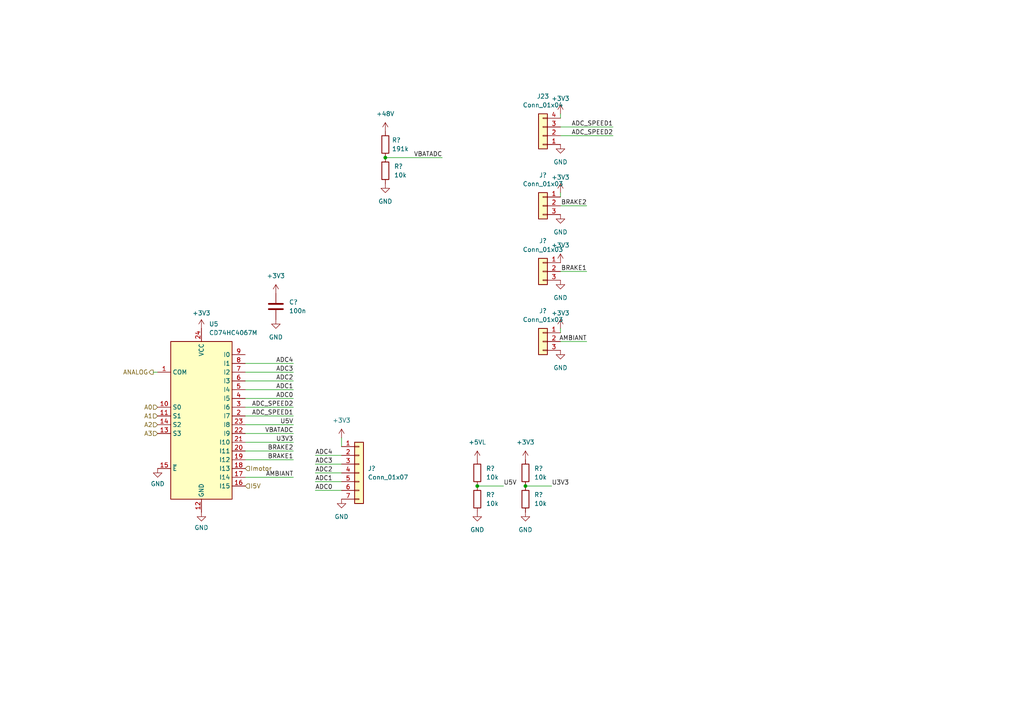
<source format=kicad_sch>
(kicad_sch (version 20230121) (generator eeschema)
  (paper "A4")
  (lib_symbols
    (symbol "74xx:CD74HC4067M"
      (property "Reference" "U" (at -8.89 22.86 0))
      (property "Value" "CD74HC4067M" (at 1.27 22.86 0))
      (symbol "CD74HC4067M_0_1"
        (rectangle (start -8.89 21.59) (end 8.89 -24.13) (stroke (width 0.254)) (fill (type background)))
      )
      (symbol "CD74HC4067M_1_1"
        (pin passive line (at -12.7 12.7 0) (length 3.81) (name "COM") (number "1"))
        (pin input line (at -12.7 2.54 0) (length 3.81) (name "S0") (number "10"))
        (pin input line (at -12.7 0 0) (length 3.81) (name "S1") (number "11"))
        (pin power_in line (at 0 -27.94 90) (length 3.81) (name "GND") (number "12"))
        (pin input line (at -12.7 -5.08 0) (length 3.81) (name "S3") (number "13"))
        (pin input line (at -12.7 -2.54 0) (length 3.81) (name "S2") (number "14"))
        (pin input line (at -12.7 -15.24 0) (length 3.81) (name "~{E}") (number "15"))
        (pin passive line (at 12.7 -20.32 180) (length 3.81) (name "I15") (number "16"))
        (pin passive line (at 12.7 -17.78 180) (length 3.81) (name "I14") (number "17"))
        (pin passive line (at 12.7 -15.24 180) (length 3.81) (name "I13") (number "18"))
        (pin passive line (at 12.7 -12.7 180) (length 3.81) (name "I12") (number "19"))
        (pin passive line (at 12.7 0 180) (length 3.81) (name "I7") (number "2"))
        (pin passive line (at 12.7 -10.16 180) (length 3.81) (name "I11") (number "20"))
        (pin passive line (at 12.7 -7.62 180) (length 3.81) (name "I10") (number "21"))
        (pin passive line (at 12.7 -5.08 180) (length 3.81) (name "I9") (number "22"))
        (pin passive line (at 12.7 -2.54 180) (length 3.81) (name "I8") (number "23"))
        (pin power_in line (at 0 25.4 270) (length 3.81) (name "VCC") (number "24"))
        (pin passive line (at 12.7 2.54 180) (length 3.81) (name "I6") (number "3"))
        (pin passive line (at 12.7 5.08 180) (length 3.81) (name "I5") (number "4"))
        (pin passive line (at 12.7 7.62 180) (length 3.81) (name "I4") (number "5"))
        (pin passive line (at 12.7 10.16 180) (length 3.81) (name "I3") (number "6"))
        (pin passive line (at 12.7 12.7 180) (length 3.81) (name "I2") (number "7"))
        (pin passive line (at 12.7 15.24 180) (length 3.81) (name "I1") (number "8"))
        (pin passive line (at 12.7 17.78 180) (length 3.81) (name "I0") (number "9"))
      )
    )
    (symbol "Connector_Generic:Conn_01x03" (pin_names (offset 1.016) hide)
      (property "Reference" "J" (at 0 5.08 0))
      (property "Value" "Conn_01x03" (at 0 -5.08 0))
      (symbol "Conn_01x03_1_1"
        (rectangle (start -1.27 -2.413) (end 0 -2.667) (stroke (width 0.1524)))
        (rectangle (start -1.27 0.127) (end 0 -0.127) (stroke (width 0.1524)))
        (rectangle (start -1.27 2.667) (end 0 2.413) (stroke (width 0.1524)))
        (rectangle (start -1.27 3.81) (end 1.27 -3.81) (stroke (width 0.254)) (fill (type background)))
        (pin passive line (at -5.08 2.54 0) (length 3.81) (name "Pin_1") (number "1"))
        (pin passive line (at -5.08 0 0) (length 3.81) (name "Pin_2") (number "2"))
        (pin passive line (at -5.08 -2.54 0) (length 3.81) (name "Pin_3") (number "3"))
      )
    )
    (symbol "Connector_Generic:Conn_01x04" (pin_names (offset 1.016) hide)
      (property "Reference" "J" (at 0 5.08 0))
      (property "Value" "Conn_01x04" (at 0 -7.62 0))
      (symbol "Conn_01x04_1_1"
        (rectangle (start -1.27 -4.953) (end 0 -5.207) (stroke (width 0.1524)))
        (rectangle (start -1.27 -2.413) (end 0 -2.667) (stroke (width 0.1524)))
        (rectangle (start -1.27 0.127) (end 0 -0.127) (stroke (width 0.1524)))
        (rectangle (start -1.27 2.667) (end 0 2.413) (stroke (width 0.1524)))
        (rectangle (start -1.27 3.81) (end 1.27 -6.35) (stroke (width 0.254)) (fill (type background)))
        (pin passive line (at -5.08 2.54 0) (length 3.81) (name "Pin_1") (number "1"))
        (pin passive line (at -5.08 0 0) (length 3.81) (name "Pin_2") (number "2"))
        (pin passive line (at -5.08 -2.54 0) (length 3.81) (name "Pin_3") (number "3"))
        (pin passive line (at -5.08 -5.08 0) (length 3.81) (name "Pin_4") (number "4"))
      )
    )
    (symbol "Connector_Generic:Conn_01x07" (pin_names (offset 1.016) hide)
      (property "Reference" "J" (at 0 10.16 0))
      (property "Value" "Conn_01x07" (at 0 -10.16 0))
      (symbol "Conn_01x07_1_1"
        (rectangle (start -1.27 -7.493) (end 0 -7.747) (stroke (width 0.1524)))
        (rectangle (start -1.27 -4.953) (end 0 -5.207) (stroke (width 0.1524)))
        (rectangle (start -1.27 -2.413) (end 0 -2.667) (stroke (width 0.1524)))
        (rectangle (start -1.27 0.127) (end 0 -0.127) (stroke (width 0.1524)))
        (rectangle (start -1.27 2.667) (end 0 2.413) (stroke (width 0.1524)))
        (rectangle (start -1.27 5.207) (end 0 4.953) (stroke (width 0.1524)))
        (rectangle (start -1.27 7.747) (end 0 7.493) (stroke (width 0.1524)))
        (rectangle (start -1.27 8.89) (end 1.27 -8.89) (stroke (width 0.254)) (fill (type background)))
        (pin passive line (at -5.08 7.62 0) (length 3.81) (name "Pin_1") (number "1"))
        (pin passive line (at -5.08 5.08 0) (length 3.81) (name "Pin_2") (number "2"))
        (pin passive line (at -5.08 2.54 0) (length 3.81) (name "Pin_3") (number "3"))
        (pin passive line (at -5.08 0 0) (length 3.81) (name "Pin_4") (number "4"))
        (pin passive line (at -5.08 -2.54 0) (length 3.81) (name "Pin_5") (number "5"))
        (pin passive line (at -5.08 -5.08 0) (length 3.81) (name "Pin_6") (number "6"))
        (pin passive line (at -5.08 -7.62 0) (length 3.81) (name "Pin_7") (number "7"))
      )
    )
    (symbol "Device:C" (pin_numbers hide) (pin_names (offset 0.254))
      (property "Reference" "C" (at 0.635 2.54 0))
      (property "Value" "C" (at 0.635 -2.54 0))
      (symbol "C_0_1"
        (polyline (pts (xy -2.032 -0.762) (xy 2.032 -0.762)) (stroke (width 0.508)))
        (polyline (pts (xy -2.032 0.762) (xy 2.032 0.762)) (stroke (width 0.508)))
      )
      (symbol "C_1_1"
        (pin passive line (at 0 3.81 270) (length 2.794) (name "~") (number "1"))
        (pin passive line (at 0 -3.81 90) (length 2.794) (name "~") (number "2"))
      )
    )
    (symbol "Device:R" (pin_numbers hide) (pin_names (offset 0))
      (property "Reference" "R" (at 2.032 0 90))
      (property "Value" "R" (at 0 0 90))
      (symbol "R_0_1"
        (rectangle (start -1.016 -2.54) (end 1.016 2.54) (stroke (width 0.254)))
      )
      (symbol "R_1_1"
        (pin passive line (at 0 3.81 270) (length 1.27) (name "~") (number "1"))
        (pin passive line (at 0 -3.81 90) (length 1.27) (name "~") (number "2"))
      )
    )
    (symbol "power:+3V3" (power) (pin_names (offset 0))
      (property "Value" "+3V3" (at 0 3.556 0))
      (symbol "+3V3_0_1"
        (polyline (pts (xy -0.762 1.27) (xy 0 2.54)))
        (polyline (pts (xy 0 0) (xy 0 2.54)))
        (polyline (pts (xy 0 2.54) (xy 0.762 1.27)))
      )
      (symbol "+3V3_1_1"
        (pin power_in line (at 0 0 90) (length 0) hide (name "+3V3") (number "1"))
      )
    )
    (symbol "power:+48V" (power) (pin_names (offset 0))
      (property "Value" "+48V" (at 0 3.556 0))
      (symbol "+48V_0_1"
        (polyline (pts (xy -0.762 1.27) (xy 0 2.54)))
        (polyline (pts (xy 0 0) (xy 0 2.54)))
        (polyline (pts (xy 0 2.54) (xy 0.762 1.27)))
      )
      (symbol "+48V_1_1"
        (pin power_in line (at 0 0 90) (length 0) hide (name "+48V") (number "1"))
      )
    )
    (symbol "power:+5VL" (power) (pin_names (offset 0))
      (property "Value" "+5VL" (at 0 3.556 0))
      (symbol "+5VL_0_1"
        (polyline (pts (xy -0.762 1.27) (xy 0 2.54)))
        (polyline (pts (xy 0 0) (xy 0 2.54)))
        (polyline (pts (xy 0 2.54) (xy 0.762 1.27)))
      )
      (symbol "+5VL_1_1"
        (pin power_in line (at 0 0 90) (length 0) hide (name "+5VL") (number "1"))
      )
    )
    (symbol "power:GND" (power) (pin_names (offset 0))
      (property "Value" "GND" (at 0 -3.81 0))
      (symbol "GND_0_1"
        (polyline (pts (xy 0 0) (xy 0 -1.27) (xy 1.27 -1.27) (xy 0 -2.54) (xy -1.27 -1.27) (xy 0 -1.27)))
      )
      (symbol "GND_1_1"
        (pin power_in line (at 0 0 270) (length 0) hide (name "GND") (number "1"))
      )
    )
  )
  (junction (at 138.43 140.97))
  (junction (at 111.76 45.72))
  (junction (at 152.4 140.97))
  (wire (pts (xy 71.12 105.41) (xy 85.09 105.41)))
  (wire (pts (xy 71.12 110.49) (xy 85.09 110.49)))
  (wire (pts (xy 71.12 113.03) (xy 85.09 113.03)))
  (wire (pts (xy 152.4 140.97) (xy 160.02 140.97)))
  (wire (pts (xy 71.12 130.81) (xy 85.09 130.81)))
  (wire (pts (xy 162.56 55.88) (xy 162.56 57.15)))
  (wire (pts (xy 91.44 134.62) (xy 99.06 134.62)))
  (wire (pts (xy 162.56 59.69) (xy 170.18 59.69)))
  (wire (pts (xy 91.44 139.7) (xy 99.06 139.7)))
  (wire (pts (xy 162.56 33.02) (xy 162.56 34.29)))
  (wire (pts (xy 71.12 115.57) (xy 85.09 115.57)))
  (wire (pts (xy 44.45 107.95) (xy 45.72 107.95)))
  (wire (pts (xy 162.56 99.06) (xy 170.18 99.06)))
  (wire (pts (xy 99.06 127) (xy 99.06 129.54)))
  (wire (pts (xy 85.09 138.43) (xy 71.12 138.43)))
  (wire (pts (xy 71.12 120.65) (xy 85.09 120.65)))
  (wire (pts (xy 71.12 118.11) (xy 85.09 118.11)))
  (wire (pts (xy 162.56 36.83) (xy 177.8 36.83)))
  (wire (pts (xy 162.56 95.25) (xy 162.56 96.52)))
  (wire (pts (xy 91.44 137.16) (xy 99.06 137.16)))
  (wire (pts (xy 162.56 39.37) (xy 177.8 39.37)))
  (wire (pts (xy 71.12 107.95) (xy 85.09 107.95)))
  (wire (pts (xy 162.56 78.74) (xy 170.18 78.74)))
  (wire (pts (xy 91.44 142.24) (xy 99.06 142.24)))
  (wire (pts (xy 71.12 123.19) (xy 85.09 123.19)))
  (wire (pts (xy 111.76 45.72) (xy 128.27 45.72)))
  (wire (pts (xy 138.43 140.97) (xy 146.05 140.97)))
  (wire (pts (xy 71.12 125.73) (xy 85.09 125.73)))
  (wire (pts (xy 71.12 133.35) (xy 85.09 133.35)))
  (wire (pts (xy 85.09 128.27) (xy 71.12 128.27)))
  (wire (pts (xy 91.44 132.08) (xy 99.06 132.08)))
  (label "ADC3" (at 91.44 134.62 0))
  (label "ADC0" (at 91.44 142.24 0))
  (label "ADC2" (at 91.44 137.16 0))
  (label "ADC1" (at 91.44 139.7 0))
  (label "U5V" (at 146.05 140.97 0))
  (label "VBATADC" (at 128.27 45.72 180))
  (label "BRAKE1" (at 170.18 78.74 180))
  (label "VBATADC" (at 85.09 125.73 180))
  (label "AMBIANT" (at 170.18 99.06 180))
  (label "U5V" (at 85.09 123.19 180))
  (label "AMBIANT" (at 85.09 138.43 180))
  (label "ADC_SPEED1" (at 85.09 120.65 180))
  (label "BRAKE2" (at 85.09 130.81 180))
  (label "ADC_SPEED1" (at 177.8 36.83 180))
  (label "U3V3" (at 85.09 128.27 180))
  (label "ADC0" (at 85.09 115.57 180))
  (label "ADC_SPEED2" (at 85.09 118.11 180))
  (label "ADC2" (at 85.09 110.49 180))
  (label "BRAKE1" (at 85.09 133.35 180))
  (label "BRAKE2" (at 170.18 59.69 180))
  (label "ADC4" (at 85.09 105.41 180))
  (label "ADC1" (at 85.09 113.03 180))
  (label "ADC_SPEED2" (at 177.8 39.37 180))
  (label "ADC3" (at 85.09 107.95 180))
  (label "U3V3" (at 160.02 140.97 0))
  (label "ADC4" (at 91.44 132.08 0))
  (hierarchical_label "ANALOG" (shape output) (at 44.45 107.95 180))
  (hierarchical_label "Imotor" (shape input) (at 71.12 135.89 0))
  (hierarchical_label "A0" (shape input) (at 45.72 118.11 180))
  (hierarchical_label "I5V" (shape input) (at 71.12 140.97 0))
  (hierarchical_label "A2" (shape input) (at 45.72 123.19 180))
  (hierarchical_label "A1" (shape input) (at 45.72 120.65 180))
  (hierarchical_label "A3" (shape input) (at 45.72 125.73 180))
  (symbol (lib_id "Device:C") (at 80.01 88.9 0) (unit 1)
    (property "Reference" "C?" (at 83.82 87.63 0) (effects (justify left)))
    (property "Value" "100n" (at 83.82 90.17 0) (effects (justify left)))
    (property "Footprint" "Capacitor_SMD:C_1206_3216Metric" (effects hide))
    (property "mouser" " 80-C1206C104K5R " (effects hide))
    (instances (project "speedomobile" (path "" (reference "C?") (unit 1)) (path "" (reference "C4") (unit 1))))
  )
  (symbol (lib_id "power:+3V3") (at 162.56 95.25 0) (mirror y) (unit 1)
    (property "Reference" "#PWR?" (effects hide))
    (property "Value" "+3V3" (at 162.56 90.805 0))
    (instances (project "speedomobile" (path "" (reference "#PWR?") (unit 1)) (path "" (reference "#PWR067") (unit 1))))
  )
  (symbol (lib_id "power:+3V3") (at 162.56 76.2 0) (mirror y) (unit 1)
    (property "Reference" "#PWR?" (effects hide))
    (property "Value" "+3V3" (at 162.56 71.12 0))
    (instances (project "speedomobile" (path "" (reference "#PWR?") (unit 1)) (path "" (reference "#PWR065") (unit 1))))
  )
  (symbol (lib_id "power:GND") (at 162.56 81.28 0) (mirror y) (unit 1)
    (property "Reference" "#PWR?" (effects hide))
    (property "Value" "GND" (at 162.56 86.36 0))
    (instances (project "speedomobile" (path "" (reference "#PWR?") (unit 1)) (path "" (reference "#PWR066") (unit 1))))
  )
  (symbol (lib_id "power:+3V3") (at 99.06 127 0) (unit 1)
    (property "Reference" "#PWR053" (effects hide))
    (property "Value" "+3V3" (at 99.06 121.92 0))
  )
  (symbol (lib_id "power:GND") (at 58.42 148.59 0) (unit 1)
    (property "Reference" "#PWR?" (effects hide))
    (property "Value" "GND" (at 58.42 153.035 0))
    (instances (project "speedomobile" (path "" (reference "#PWR?") (unit 1)) (path "" (reference "#PWR050") (unit 1))))
  )
  (symbol (lib_id "power:+3V3") (at 162.56 55.88 0) (mirror y) (unit 1)
    (property "Reference" "#PWR?" (effects hide))
    (property "Value" "+3V3" (at 162.56 51.435 0))
    (instances (project "speedomobile" (path "" (reference "#PWR?") (unit 1)) (path "" (reference "#PWR063") (unit 1))))
  )
  (symbol (lib_id "power:GND") (at 45.72 135.89 0) (unit 1)
    (property "Reference" "#PWR?" (effects hide))
    (property "Value" "GND" (at 45.72 140.335 0))
    (instances (project "speedomobile" (path "" (reference "#PWR?") (unit 1)) (path "" (reference "#PWR048") (unit 1))))
  )
  (symbol (lib_id "power:GND") (at 138.43 148.59 0) (unit 1)
    (property "Reference" "#PWR?" (effects hide))
    (property "Value" "GND" (at 138.43 153.67 0))
    (instances (project "speedomobile" (path "" (reference "#PWR?") (unit 1)) (path "" (reference "#PWR058") (unit 1))))
  )
  (symbol (lib_id "Device:R") (at 111.76 49.53 0) (unit 1)
    (property "Reference" "R?" (at 114.3 48.2599 0) (effects (justify left)))
    (property "Value" "10k" (at 114.3 50.7999 0) (effects (justify left)))
    (property "Footprint" "Resistor_SMD:R_1206_3216Metric" (effects hide))
    (property "mouser" " 603-AC1206FR-0710KL " (effects hide))
    (instances (project "speedomobile" (path "" (reference "R?") (unit 1)) (path "" (reference "R8") (unit 1))))
  )
  (symbol (lib_id "power:+3V3") (at 80.01 85.09 0) (unit 1)
    (property "Reference" "#PWR?" (effects hide))
    (property "Value" "+3V3" (at 80.01 80.01 0))
    (instances (project "speedomobile" (path "" (reference "#PWR?") (unit 1)) (path "" (reference "#PWR051") (unit 1))))
  )
  (symbol (lib_id "Connector_Generic:Conn_01x03") (at 157.48 59.69 0) (mirror y) (unit 1)
    (property "Reference" "J?" (at 157.48 50.8 0))
    (property "Value" "Conn_01x03" (at 157.48 53.34 0))
    (property "Footprint" "Connector_JST:JST_XH_B3B-XH-A_1x03_P2.50mm_Vertical" (effects hide))
    (instances (project "speedomobile" (path "" (reference "J?") (unit 1)) (path "" (reference "J24") (unit 1))))
  )
  (symbol (lib_id "74xx:CD74HC4067M") (at 58.42 120.65 0) (unit 1)
    (property "Reference" "U5" (at 60.6141 93.98 0) (effects (justify left)))
    (property "Value" "CD74HC4067M" (at 60.6141 96.52 0) (effects (justify left)))
    (property "Footprint" "Package_SO:SOIC-24W_7.5x15.4mm_P1.27mm" (effects hide))
    (property "Datasheet" "http://www.ti.com/lit/ds/symlink/cd74hc4067.pdf" (effects hide))
    (property "mouser" " 771-74HC4067PW-T " (effects hide))
  )
  (symbol (lib_id "Connector_Generic:Conn_01x04") (at 157.48 39.37 180) (unit 1)
    (property "Reference" "J23" (at 157.48 27.94 0))
    (property "Value" "Conn_01x04" (at 157.48 30.48 0))
    (property "Footprint" "Connector_JST:JST_XH_B4B-XH-A_1x04_P2.50mm_Vertical" (effects hide))
  )
  (symbol (lib_id "power:GND") (at 111.76 53.34 0) (unit 1)
    (property "Reference" "#PWR056" (effects hide))
    (property "Value" "GND" (at 111.76 58.42 0))
  )
  (symbol (lib_id "Device:R") (at 138.43 137.16 0) (unit 1)
    (property "Reference" "R?" (at 140.97 135.89 0) (effects (justify left)))
    (property "Value" "10k" (at 140.97 138.43 0) (effects (justify left)))
    (property "Footprint" "Resistor_SMD:R_1206_3216Metric" (effects hide))
    (property "mouser" " 603-AC1206FR-0710KL " (effects hide))
    (instances (project "speedomobile" (path "" (reference "R?") (unit 1)) (path "" (reference "R10") (unit 1))))
  )
  (symbol (lib_id "Connector_Generic:Conn_01x07") (at 104.14 137.16 0) (unit 1)
    (property "Reference" "J?" (at 106.68 135.89 0) (effects (justify left)))
    (property "Value" "Conn_01x07" (at 106.68 138.43 0) (effects (justify left)))
    (property "Footprint" "Connector_JST:JST_XH_B7B-XH-A_1x07_P2.50mm_Vertical" (effects hide))
    (instances (project "speedomobile" (path "" (reference "J?") (unit 1)) (path "" (reference "J7") (unit 1)) (path "" (reference "J22") (unit 1))))
  )
  (symbol (lib_id "power:GND") (at 99.06 144.78 0) (unit 1)
    (property "Reference" "#PWR054" (effects hide))
    (property "Value" "GND" (at 99.06 149.86 0))
  )
  (symbol (lib_id "power:+48V") (at 111.76 38.1 0) (unit 1)
    (property "Reference" "#PWR055" (effects hide))
    (property "Value" "+48V" (at 111.76 33.02 0))
  )
  (symbol (lib_id "power:+3V3") (at 162.56 33.02 0) (mirror y) (unit 1)
    (property "Reference" "#PWR?" (effects hide))
    (property "Value" "+3V3" (at 162.56 28.575 0))
    (instances (project "speedomobile" (path "" (reference "#PWR?") (unit 1)) (path "" (reference "#PWR061") (unit 1))))
  )
  (symbol (lib_id "power:GND") (at 162.56 101.6 0) (unit 1)
    (property "Reference" "#PWR?" (effects hide))
    (property "Value" "GND" (at 162.56 106.68 0))
    (instances (project "speedomobile" (path "" (reference "#PWR?") (unit 1)) (path "" (reference "#PWR068") (unit 1))))
  )
  (symbol (lib_id "Device:R") (at 111.76 41.91 0) (unit 1)
    (property "Reference" "R?" (at 113.665 40.6399 0) (effects (justify left)))
    (property "Value" "191k" (at 113.665 43.1799 0) (effects (justify left)))
    (property "Footprint" "Resistor_SMD:R_1206_3216Metric" (effects hide))
    (property "mouser" " 660-RK73H2BTTD1913F " (effects hide))
    (instances (project "speedomobile" (path "" (reference "R?") (unit 1)) (path "" (reference "R7") (unit 1))))
  )
  (symbol (lib_id "Connector_Generic:Conn_01x03") (at 157.48 78.74 0) (mirror y) (unit 1)
    (property "Reference" "J?" (at 157.48 69.85 0))
    (property "Value" "Conn_01x03" (at 157.48 72.39 0))
    (property "Footprint" "Connector_JST:JST_XH_B3B-XH-A_1x03_P2.50mm_Vertical" (effects hide))
    (instances (project "speedomobile" (path "" (reference "J?") (unit 1)) (path "" (reference "J25") (unit 1))))
  )
  (symbol (lib_id "Device:R") (at 152.4 137.16 0) (unit 1)
    (property "Reference" "R?" (at 154.94 135.89 0) (effects (justify left)))
    (property "Value" "10k" (at 154.94 138.43 0) (effects (justify left)))
    (property "Footprint" "Resistor_SMD:R_1206_3216Metric" (effects hide))
    (property "mouser" " 603-AC1206FR-0710KL " (effects hide))
    (instances (project "speedomobile" (path "" (reference "R?") (unit 1)) (path "" (reference "R12") (unit 1))))
  )
  (symbol (lib_id "Device:R") (at 152.4 144.78 0) (unit 1)
    (property "Reference" "R?" (at 154.94 143.51 0) (effects (justify left)))
    (property "Value" "10k" (at 154.94 146.05 0) (effects (justify left)))
    (property "Footprint" "Resistor_SMD:R_1206_3216Metric" (effects hide))
    (property "mouser" " 603-AC1206FR-0710KL " (effects hide))
    (instances (project "speedomobile" (path "" (reference "R?") (unit 1)) (path "" (reference "R13") (unit 1))))
  )
  (symbol (lib_id "power:GND") (at 152.4 148.59 0) (unit 1)
    (property "Reference" "#PWR?" (effects hide))
    (property "Value" "GND" (at 152.4 153.67 0))
    (instances (project "speedomobile" (path "" (reference "#PWR?") (unit 1)) (path "" (reference "#PWR060") (unit 1))))
  )
  (symbol (lib_id "Connector_Generic:Conn_01x03") (at 157.48 99.06 0) (mirror y) (unit 1)
    (property "Reference" "J?" (at 157.48 90.17 0))
    (property "Value" "Conn_01x03" (at 157.48 92.71 0))
    (property "Footprint" "Connector_JST:JST_XH_B3B-XH-A_1x03_P2.50mm_Vertical" (effects hide))
    (instances (project "speedomobile" (path "" (reference "J?") (unit 1)) (path "" (reference "J26") (unit 1))))
  )
  (symbol (lib_id "power:GND") (at 162.56 62.23 0) (unit 1)
    (property "Reference" "#PWR?" (effects hide))
    (property "Value" "GND" (at 162.56 67.31 0))
    (instances (project "speedomobile" (path "" (reference "#PWR?") (unit 1)) (path "" (reference "#PWR064") (unit 1))))
  )
  (symbol (lib_id "power:+3V3") (at 152.4 133.35 0) (unit 1)
    (property "Reference" "#PWR?" (effects hide))
    (property "Value" "+3V3" (at 152.4 128.27 0))
    (instances (project "speedomobile" (path "" (reference "#PWR?") (unit 1)) (path "" (reference "#PWR059") (unit 1))))
  )
  (symbol (lib_id "Device:R") (at 138.43 144.78 0) (unit 1)
    (property "Reference" "R?" (at 140.97 143.51 0) (effects (justify left)))
    (property "Value" "10k" (at 140.97 146.05 0) (effects (justify left)))
    (property "Footprint" "Resistor_SMD:R_1206_3216Metric" (effects hide))
    (property "mouser" " 603-AC1206FR-0710KL " (effects hide))
    (instances (project "speedomobile" (path "" (reference "R?") (unit 1)) (path "" (reference "R11") (unit 1))))
  )
  (symbol (lib_id "power:GND") (at 162.56 41.91 0) (unit 1)
    (property "Reference" "#PWR?" (effects hide))
    (property "Value" "GND" (at 162.56 46.99 0))
    (instances (project "speedomobile" (path "" (reference "#PWR?") (unit 1)) (path "" (reference "#PWR062") (unit 1))))
  )
  (symbol (lib_id "power:+3V3") (at 58.42 95.25 0) (unit 1)
    (property "Reference" "#PWR?" (effects hide))
    (property "Value" "+3V3" (at 58.42 90.805 0))
    (instances (project "speedomobile" (path "" (reference "#PWR?") (unit 1)) (path "" (reference "#PWR049") (unit 1))))
  )
  (symbol (lib_id "power:GND") (at 80.01 92.71 0) (unit 1)
    (property "Reference" "#PWR?" (effects hide))
    (property "Value" "GND" (at 80.01 97.79 0))
    (instances (project "speedomobile" (path "" (reference "#PWR?") (unit 1)) (path "" (reference "#PWR052") (unit 1))))
  )
  (symbol (lib_id "power:+5VL") (at 138.43 133.35 0) (unit 1)
    (property "Reference" "#PWR?" (effects hide))
    (property "Value" "+5VL" (at 138.43 128.27 0))
    (instances (project "speedomobile" (path "" (reference "#PWR?") (unit 1)) (path "" (reference "#PWR057") (unit 1))))
  )
)
</source>
